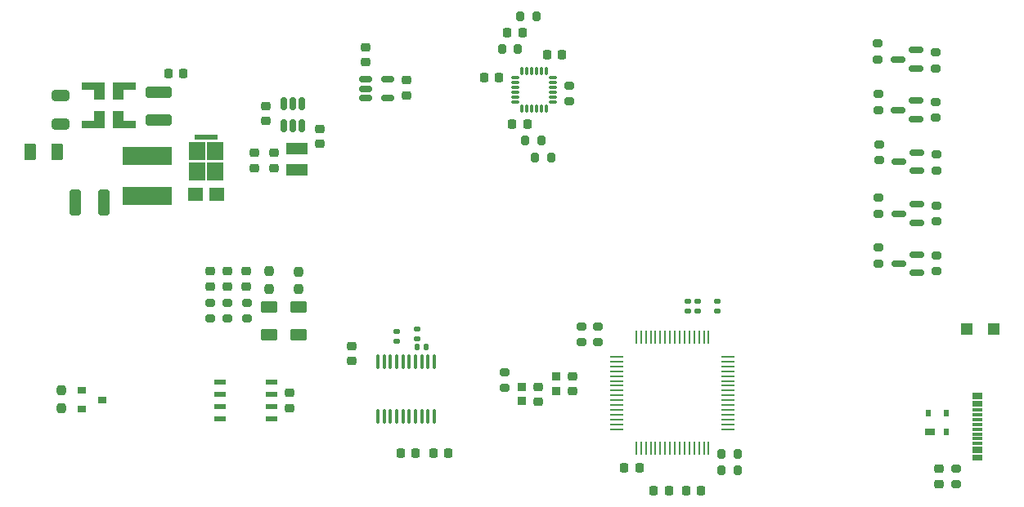
<source format=gtp>
G04 #@! TF.GenerationSoftware,KiCad,Pcbnew,7.0.7*
G04 #@! TF.CreationDate,2023-12-18T21:44:50-05:00*
G04 #@! TF.ProjectId,central_hub,63656e74-7261-46c5-9f68-75622e6b6963,rev?*
G04 #@! TF.SameCoordinates,Original*
G04 #@! TF.FileFunction,Paste,Top*
G04 #@! TF.FilePolarity,Positive*
%FSLAX46Y46*%
G04 Gerber Fmt 4.6, Leading zero omitted, Abs format (unit mm)*
G04 Created by KiCad (PCBNEW 7.0.7) date 2023-12-18 21:44:50*
%MOMM*%
%LPD*%
G01*
G04 APERTURE LIST*
G04 Aperture macros list*
%AMRoundRect*
0 Rectangle with rounded corners*
0 $1 Rounding radius*
0 $2 $3 $4 $5 $6 $7 $8 $9 X,Y pos of 4 corners*
0 Add a 4 corners polygon primitive as box body*
4,1,4,$2,$3,$4,$5,$6,$7,$8,$9,$2,$3,0*
0 Add four circle primitives for the rounded corners*
1,1,$1+$1,$2,$3*
1,1,$1+$1,$4,$5*
1,1,$1+$1,$6,$7*
1,1,$1+$1,$8,$9*
0 Add four rect primitives between the rounded corners*
20,1,$1+$1,$2,$3,$4,$5,0*
20,1,$1+$1,$4,$5,$6,$7,0*
20,1,$1+$1,$6,$7,$8,$9,0*
20,1,$1+$1,$8,$9,$2,$3,0*%
%AMFreePoly0*
4,1,17,1.875035,1.275035,1.875050,1.275000,1.875050,0.575000,1.875035,0.574965,1.875000,0.574950,0.575050,0.574950,0.575050,-0.425000,0.575035,-0.425035,0.575000,-0.425050,-0.425000,-0.425050,-0.425035,-0.425035,-0.425050,-0.425000,-0.425050,1.275000,-0.425035,1.275035,-0.425000,1.275050,1.875000,1.275050,1.875035,1.275035,1.875035,1.275035,$1*%
%AMFreePoly1*
4,1,17,0.425035,1.275035,0.425050,1.275000,0.425050,-0.425000,0.425035,-0.425035,0.425000,-0.425050,-0.575000,-0.425050,-0.575035,-0.425035,-0.575050,-0.425000,-0.575050,0.574950,-1.875000,0.574950,-1.875035,0.574965,-1.875050,0.575000,-1.875050,1.275000,-1.875035,1.275035,-1.875000,1.275050,0.425000,1.275050,0.425035,1.275035,0.425035,1.275035,$1*%
%AMFreePoly2*
4,1,17,0.425035,0.425035,0.425050,0.425000,0.425050,-1.275000,0.425035,-1.275035,0.425000,-1.275050,-1.875000,-1.275050,-1.875035,-1.275035,-1.875050,-1.275000,-1.875050,-0.575000,-1.875035,-0.574965,-1.875000,-0.574950,-0.575050,-0.574950,-0.575050,0.425000,-0.575035,0.425035,-0.575000,0.425050,0.425000,0.425050,0.425035,0.425035,0.425035,0.425035,$1*%
%AMFreePoly3*
4,1,17,0.575035,0.425035,0.575050,0.425000,0.575050,-0.574950,1.875000,-0.574950,1.875035,-0.574965,1.875050,-0.575000,1.875050,-1.275000,1.875035,-1.275035,1.875000,-1.275050,-0.425000,-1.275050,-0.425035,-1.275035,-0.425050,-1.275000,-0.425050,0.425000,-0.425035,0.425035,-0.425000,0.425050,0.575000,0.425050,0.575035,0.425035,0.575035,0.425035,$1*%
G04 Aperture macros list end*
%ADD10C,0.000100*%
%ADD11R,0.939800X0.965200*%
%ADD12R,0.279400X1.397000*%
%ADD13R,1.397000X0.279400*%
%ADD14RoundRect,0.225000X-0.250000X0.225000X-0.250000X-0.225000X0.250000X-0.225000X0.250000X0.225000X0*%
%ADD15RoundRect,0.200000X-0.275000X0.200000X-0.275000X-0.200000X0.275000X-0.200000X0.275000X0.200000X0*%
%ADD16RoundRect,0.100000X0.100000X-0.637500X0.100000X0.637500X-0.100000X0.637500X-0.100000X-0.637500X0*%
%ADD17R,1.200000X1.200000*%
%ADD18RoundRect,0.150000X0.587500X0.150000X-0.587500X0.150000X-0.587500X-0.150000X0.587500X-0.150000X0*%
%ADD19RoundRect,0.225000X0.225000X0.250000X-0.225000X0.250000X-0.225000X-0.250000X0.225000X-0.250000X0*%
%ADD20RoundRect,0.225000X-0.225000X-0.250000X0.225000X-0.250000X0.225000X0.250000X-0.225000X0.250000X0*%
%ADD21RoundRect,0.200000X0.275000X-0.200000X0.275000X0.200000X-0.275000X0.200000X-0.275000X-0.200000X0*%
%ADD22RoundRect,0.237500X-0.237500X0.250000X-0.237500X-0.250000X0.237500X-0.250000X0.237500X0.250000X0*%
%ADD23RoundRect,0.200000X0.200000X0.275000X-0.200000X0.275000X-0.200000X-0.275000X0.200000X-0.275000X0*%
%ADD24RoundRect,0.218750X0.256250X-0.218750X0.256250X0.218750X-0.256250X0.218750X-0.256250X-0.218750X0*%
%ADD25RoundRect,0.225000X0.250000X-0.225000X0.250000X0.225000X-0.250000X0.225000X-0.250000X-0.225000X0*%
%ADD26RoundRect,0.250000X-1.100000X0.325000X-1.100000X-0.325000X1.100000X-0.325000X1.100000X0.325000X0*%
%ADD27RoundRect,0.150000X-0.512500X-0.150000X0.512500X-0.150000X0.512500X0.150000X-0.512500X0.150000X0*%
%ADD28RoundRect,0.135000X-0.185000X0.135000X-0.185000X-0.135000X0.185000X-0.135000X0.185000X0.135000X0*%
%ADD29R,1.300000X0.600000*%
%ADD30RoundRect,0.250000X-0.325000X-1.100000X0.325000X-1.100000X0.325000X1.100000X-0.325000X1.100000X0*%
%ADD31R,2.220000X1.240000*%
%ADD32RoundRect,0.250000X0.625000X-0.375000X0.625000X0.375000X-0.625000X0.375000X-0.625000X-0.375000X0*%
%ADD33RoundRect,0.150000X-0.150000X0.512500X-0.150000X-0.512500X0.150000X-0.512500X0.150000X0.512500X0*%
%ADD34RoundRect,0.200000X-0.200000X-0.275000X0.200000X-0.275000X0.200000X0.275000X-0.200000X0.275000X0*%
%ADD35RoundRect,0.250000X-0.375000X-0.625000X0.375000X-0.625000X0.375000X0.625000X-0.375000X0.625000X0*%
%ADD36R,5.100000X1.900000*%
%ADD37RoundRect,0.135000X0.185000X-0.135000X0.185000X0.135000X-0.185000X0.135000X-0.185000X-0.135000X0*%
%ADD38RoundRect,0.140000X-0.140000X-0.170000X0.140000X-0.170000X0.140000X0.170000X-0.140000X0.170000X0*%
%ADD39FreePoly0,180.000000*%
%ADD40FreePoly1,180.000000*%
%ADD41FreePoly2,180.000000*%
%ADD42FreePoly3,180.000000*%
%ADD43RoundRect,0.250000X-0.650000X0.325000X-0.650000X-0.325000X0.650000X-0.325000X0.650000X0.325000X0*%
%ADD44RoundRect,0.218750X-0.218750X-0.256250X0.218750X-0.256250X0.218750X0.256250X-0.218750X0.256250X0*%
%ADD45R,0.900000X0.800000*%
%ADD46R,1.140000X0.300000*%
%ADD47RoundRect,0.075000X0.350000X0.075000X-0.350000X0.075000X-0.350000X-0.075000X0.350000X-0.075000X0*%
%ADD48RoundRect,0.075000X-0.075000X0.350000X-0.075000X-0.350000X0.075000X-0.350000X0.075000X0.350000X0*%
%ADD49R,1.000000X0.700000*%
%ADD50R,0.600000X0.700000*%
%ADD51R,2.400000X0.600000*%
%ADD52R,1.700000X1.900000*%
%ADD53R,1.600000X1.440000*%
G04 APERTURE END LIST*
D10*
X71180907Y-56383442D02*
X72480907Y-56383442D01*
X72480907Y-57083442D01*
X70180907Y-57083442D01*
X70180907Y-55383442D01*
X71180907Y-55383442D01*
X71180907Y-56383442D01*
G36*
X71180907Y-56383442D02*
G01*
X72480907Y-56383442D01*
X72480907Y-57083442D01*
X70180907Y-57083442D01*
X70180907Y-55383442D01*
X71180907Y-55383442D01*
X71180907Y-56383442D01*
G37*
X72480907Y-53083442D02*
X71180907Y-53083442D01*
X71180907Y-54083442D01*
X70180907Y-54083442D01*
X70180907Y-52383442D01*
X72480907Y-52383442D01*
X72480907Y-53083442D01*
G36*
X72480907Y-53083442D02*
G01*
X71180907Y-53083442D01*
X71180907Y-54083442D01*
X70180907Y-54083442D01*
X70180907Y-52383442D01*
X72480907Y-52383442D01*
X72480907Y-53083442D01*
G37*
X69280907Y-57083442D02*
X66980907Y-57083442D01*
X66980907Y-56383442D01*
X68280907Y-56383442D01*
X68280907Y-55383442D01*
X69280907Y-55383442D01*
X69280907Y-57083442D01*
G36*
X69280907Y-57083442D02*
G01*
X66980907Y-57083442D01*
X66980907Y-56383442D01*
X68280907Y-56383442D01*
X68280907Y-55383442D01*
X69280907Y-55383442D01*
X69280907Y-57083442D01*
G37*
X69280907Y-54083442D02*
X68280907Y-54083442D01*
X68280907Y-53083442D01*
X66980907Y-53083442D01*
X66980907Y-52383442D01*
X69280907Y-52383442D01*
X69280907Y-54083442D01*
G36*
X69280907Y-54083442D02*
G01*
X68280907Y-54083442D01*
X68280907Y-53083442D01*
X66980907Y-53083442D01*
X66980907Y-52383442D01*
X69280907Y-52383442D01*
X69280907Y-54083442D01*
G37*
D11*
X116078167Y-84381506D03*
X116078167Y-82882906D03*
D12*
X124377222Y-90360306D03*
X124877348Y-90360306D03*
X125377474Y-90360306D03*
X125877600Y-90360306D03*
X126377726Y-90360306D03*
X126877852Y-90360306D03*
X127377978Y-90360306D03*
X127878104Y-90360306D03*
X128378230Y-90360306D03*
X128878356Y-90360306D03*
X129378482Y-90360306D03*
X129878608Y-90360306D03*
X130378734Y-90360306D03*
X130878860Y-90360306D03*
X131378986Y-90360306D03*
X131879112Y-90360306D03*
D13*
X133881267Y-88358151D03*
X133881267Y-87858025D03*
X133881267Y-87357899D03*
X133881267Y-86857773D03*
X133881267Y-86357647D03*
X133881267Y-85857521D03*
X133881267Y-85357395D03*
X133881267Y-84857269D03*
X133881267Y-84357143D03*
X133881267Y-83857017D03*
X133881267Y-83356891D03*
X133881267Y-82856765D03*
X133881267Y-82356639D03*
X133881267Y-81856513D03*
X133881267Y-81356387D03*
X133881267Y-80856261D03*
D12*
X131879112Y-78854106D03*
X131378986Y-78854106D03*
X130878860Y-78854106D03*
X130378734Y-78854106D03*
X129878608Y-78854106D03*
X129378482Y-78854106D03*
X128878356Y-78854106D03*
X128378230Y-78854106D03*
X127878104Y-78854106D03*
X127377978Y-78854106D03*
X126877852Y-78854106D03*
X126377726Y-78854106D03*
X125877600Y-78854106D03*
X125377474Y-78854106D03*
X124877348Y-78854106D03*
X124377222Y-78854106D03*
D13*
X122375067Y-80856261D03*
X122375067Y-81356387D03*
X122375067Y-81856513D03*
X122375067Y-82356639D03*
X122375067Y-82856765D03*
X122375067Y-83356891D03*
X122375067Y-83857017D03*
X122375067Y-84357143D03*
X122375067Y-84857269D03*
X122375067Y-85357395D03*
X122375067Y-85857521D03*
X122375067Y-86357647D03*
X122375067Y-86857773D03*
X122375067Y-87357899D03*
X122375067Y-87858025D03*
X122375067Y-88358151D03*
D14*
X84837274Y-59714302D03*
X84837274Y-61264302D03*
D15*
X120453167Y-77694706D03*
X120453167Y-79344706D03*
D16*
X97625000Y-87062500D03*
X98275000Y-87062500D03*
X98925000Y-87062500D03*
X99575000Y-87062500D03*
X100225000Y-87062500D03*
X100875000Y-87062500D03*
X101525000Y-87062500D03*
X102175000Y-87062500D03*
X102825000Y-87062500D03*
X103475000Y-87062500D03*
X103475000Y-81337500D03*
X102825000Y-81337500D03*
X102175000Y-81337500D03*
X101525000Y-81337500D03*
X100875000Y-81337500D03*
X100225000Y-81337500D03*
X99575000Y-81337500D03*
X98925000Y-81337500D03*
X98275000Y-81337500D03*
X97625000Y-81337500D03*
D17*
X161400000Y-78000000D03*
X158600000Y-78000000D03*
D18*
X153403167Y-72157206D03*
X153403167Y-70257206D03*
X151528167Y-71207206D03*
D19*
X127753167Y-94707206D03*
X126203167Y-94707206D03*
D14*
X114228167Y-83982206D03*
X114228167Y-85532206D03*
D20*
X115153167Y-49557206D03*
X116703167Y-49557206D03*
D21*
X155465667Y-61532206D03*
X155465667Y-59882206D03*
D14*
X96328167Y-48782206D03*
X96328167Y-50332206D03*
D20*
X129553167Y-94707206D03*
X131103167Y-94707206D03*
D22*
X86353167Y-71994706D03*
X86353167Y-73819706D03*
D18*
X153403167Y-66957206D03*
X153403167Y-65057206D03*
X151528167Y-66007206D03*
D15*
X149465667Y-53632206D03*
X149465667Y-55282206D03*
D23*
X112153167Y-48957206D03*
X110503167Y-48957206D03*
D20*
X103405000Y-90825000D03*
X104955000Y-90825000D03*
D14*
X86892776Y-59723603D03*
X86892776Y-61273603D03*
D24*
X80300000Y-73575000D03*
X80300000Y-72000000D03*
D20*
X111053167Y-47257206D03*
X112603167Y-47257206D03*
D25*
X86068661Y-56412206D03*
X86068661Y-54862206D03*
D26*
X74920000Y-53393603D03*
X74920000Y-56343603D03*
D25*
X100628167Y-53732206D03*
X100628167Y-52182206D03*
D20*
X123153167Y-92407206D03*
X124703167Y-92407206D03*
D25*
X155760000Y-94025000D03*
X155760000Y-92475000D03*
D18*
X153340667Y-56207206D03*
X153340667Y-54307206D03*
X151465667Y-55257206D03*
D20*
X108653167Y-51877206D03*
X110203167Y-51877206D03*
D27*
X96390667Y-52107206D03*
X96390667Y-53057206D03*
X96390667Y-54007206D03*
X98665667Y-54007206D03*
X98665667Y-52107206D03*
D15*
X149565667Y-58832206D03*
X149565667Y-60482206D03*
D21*
X155365667Y-56082206D03*
X155365667Y-54432206D03*
D23*
X114053167Y-45557206D03*
X112403167Y-45557206D03*
D24*
X84000000Y-73562500D03*
X84000000Y-71987500D03*
D28*
X129690000Y-75120000D03*
X129690000Y-76140000D03*
D23*
X134853167Y-92607206D03*
X133203167Y-92607206D03*
D29*
X86625000Y-87255000D03*
X86625000Y-85985000D03*
X86625000Y-84715000D03*
X86625000Y-83445000D03*
X81325000Y-83445000D03*
X81325000Y-84715000D03*
X81325000Y-85985000D03*
X81325000Y-87255000D03*
D30*
X66295000Y-64837206D03*
X69245000Y-64837206D03*
D15*
X82100000Y-75250000D03*
X82100000Y-76900000D03*
D21*
X155465667Y-71982206D03*
X155465667Y-70332206D03*
D28*
X132790000Y-75080000D03*
X132790000Y-76100000D03*
D31*
X89220000Y-59268603D03*
X89220000Y-61448603D03*
D32*
X89453167Y-78532206D03*
X89453167Y-75732206D03*
D22*
X89453167Y-72019706D03*
X89453167Y-73844706D03*
D33*
X89784267Y-54626691D03*
X88834267Y-54626691D03*
X87884267Y-54626691D03*
X87884267Y-56901691D03*
X88834267Y-56901691D03*
X89784267Y-56901691D03*
D34*
X133203167Y-90907206D03*
X134853167Y-90907206D03*
D21*
X117428167Y-54382206D03*
X117428167Y-52732206D03*
D32*
X86353167Y-78532206D03*
X86353167Y-75732206D03*
D15*
X149465667Y-64382206D03*
X149465667Y-66032206D03*
D35*
X61670000Y-59587206D03*
X64470000Y-59587206D03*
D36*
X73720000Y-60018603D03*
X73720000Y-64218603D03*
D24*
X82100000Y-73562500D03*
X82100000Y-71987500D03*
D37*
X99590000Y-79220000D03*
X99590000Y-78200000D03*
D34*
X113903167Y-60157206D03*
X115553167Y-60157206D03*
D38*
X101665000Y-79860000D03*
X102625000Y-79860000D03*
D37*
X101720000Y-78960000D03*
X101720000Y-77940000D03*
D20*
X111553167Y-56757206D03*
X113103167Y-56757206D03*
D15*
X149403167Y-48382206D03*
X149403167Y-50032206D03*
D19*
X101555000Y-90825000D03*
X100005000Y-90825000D03*
D25*
X94950000Y-81275000D03*
X94950000Y-79725000D03*
D34*
X112903167Y-58457206D03*
X114553167Y-58457206D03*
D39*
X68855907Y-55808442D03*
D40*
X70605907Y-55808442D03*
D41*
X70605907Y-53658442D03*
D42*
X68855907Y-53658442D03*
D14*
X91659846Y-57209523D03*
X91659846Y-58759523D03*
D43*
X64810409Y-53755792D03*
X64810409Y-56705792D03*
D44*
X75932500Y-51448603D03*
X77507500Y-51448603D03*
D21*
X118703167Y-79332206D03*
X118703167Y-77682206D03*
D15*
X84050000Y-75250000D03*
X84050000Y-76900000D03*
D21*
X155465667Y-66832206D03*
X155465667Y-65182206D03*
D22*
X64850000Y-84352500D03*
X64850000Y-86177500D03*
D45*
X67025000Y-84365000D03*
X67025000Y-86265000D03*
X69125000Y-85315000D03*
D11*
X112528167Y-85456506D03*
X112528167Y-83957906D03*
D18*
X153403167Y-61557206D03*
X153403167Y-59657206D03*
X151528167Y-60607206D03*
D28*
X130740000Y-75090000D03*
X130740000Y-76110000D03*
D18*
X153340667Y-50957206D03*
X153340667Y-49057206D03*
X151465667Y-50007206D03*
D15*
X110728167Y-82432206D03*
X110728167Y-84082206D03*
X157460000Y-92425000D03*
X157460000Y-94075000D03*
D46*
X159690000Y-91460000D03*
X159690000Y-90660000D03*
X159690000Y-89360000D03*
X159690000Y-88360000D03*
X159690000Y-87860000D03*
X159690000Y-86860000D03*
X159690000Y-85560000D03*
X159690000Y-84760000D03*
X159690000Y-85060000D03*
X159690000Y-85860000D03*
X159690000Y-86360000D03*
X159690000Y-87360000D03*
X159690000Y-88860000D03*
X159690000Y-89860000D03*
X159690000Y-90360000D03*
X159690000Y-91160000D03*
D47*
X115778167Y-54407206D03*
X115778167Y-53907206D03*
X115778167Y-53407206D03*
X115778167Y-52907206D03*
X115778167Y-52407206D03*
X115778167Y-51907206D03*
D48*
X115078167Y-51207206D03*
X114578167Y-51207206D03*
X114078167Y-51207206D03*
X113578167Y-51207206D03*
X113078167Y-51207206D03*
X112578167Y-51207206D03*
D47*
X111878167Y-51907206D03*
X111878167Y-52407206D03*
X111878167Y-52907206D03*
X111878167Y-53407206D03*
X111878167Y-53907206D03*
X111878167Y-54407206D03*
D48*
X112578167Y-55107206D03*
X113078167Y-55107206D03*
X113578167Y-55107206D03*
X114078167Y-55107206D03*
X114578167Y-55107206D03*
X115078167Y-55107206D03*
D49*
X154790000Y-88660000D03*
D50*
X156490000Y-88660000D03*
X156490000Y-86660000D03*
X154590000Y-86660000D03*
D14*
X88475000Y-84600000D03*
X88475000Y-86150000D03*
D15*
X80300000Y-75262500D03*
X80300000Y-76912500D03*
X149465667Y-69532206D03*
X149465667Y-71182206D03*
D14*
X117828167Y-82857206D03*
X117828167Y-84407206D03*
D51*
X79853167Y-58057206D03*
D52*
X80803167Y-59507206D03*
X78903167Y-59507206D03*
X80803167Y-61607206D03*
X78903167Y-61607206D03*
D53*
X78788167Y-63987206D03*
X80918167Y-63987206D03*
D21*
X155403167Y-50932206D03*
X155403167Y-49282206D03*
M02*

</source>
